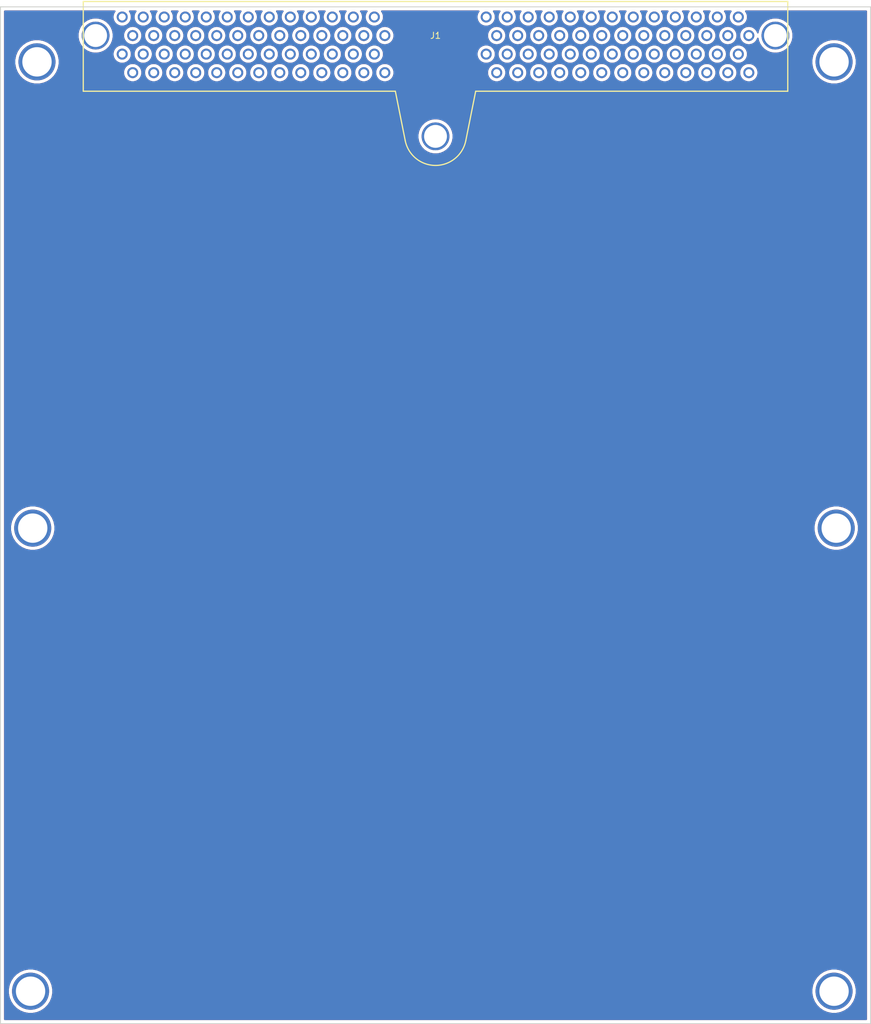
<source format=kicad_pcb>
(kicad_pcb (version 20171130) (host pcbnew 5.1.9)
  (layers (0 F.Cu signal) (31 B.Cu signal) (34 B.Paste user) (35 F.Paste user) (36 B.SilkS user) (37 F.SilkS user) (38 B.Mask user) (39 F.Mask user) (44 Edge.Cuts user))
  (net 0 "")
  (module eecv:eecv (layer F.Cu) (at 93.63 20.44)
    (fp_text reference J1 (at 0 5.5) (layer F.SilkS))
    (fp_text value EEC-V)
    (fp_line (start 57 0) (end -57 0) (layer F.SilkS) (width 0.2))
    (fp_line (start -57 0) (end -57 14.5) (layer F.SilkS) (width 0.2))
    (fp_line (start 57 14.5) (end 57 0) (layer F.SilkS) (width 0.2))
    (fp_line (start 4.902787 22.48116) (end 6.5 14.5) (layer F.SilkS) (width 0.2))
    (fp_line (start -6.5 14.5) (end -4.902788 22.48116) (layer F.SilkS) (width 0.2))
    (fp_line (start 6.5 14.5) (end 57 14.5) (layer F.SilkS) (width 0.2))
    (fp_line (start -57 14.5) (end -6.5 14.5) (layer F.SilkS) (width 0.2))
    (fp_arc (start 0 21.5) (end -4.902788 22.48116) (angle -157.4) (layer F.SilkS) (width 0.2))
    (pad "" thru_hole circle (at 0 21.8) (size 4.5 4.5) (drill 3.7) (layers *.Cu *.Mask))
    (pad 90 thru_hole circle (at 13.3 11.5) (size 1.778 1.778) (drill 1.143) (layers *.Cu *.Mask))
    (pad 89 thru_hole circle (at 16.7 11.5) (size 1.778 1.778) (drill 1.143) (layers *.Cu *.Mask))
    (pad 88 thru_hole circle (at 20.1 11.5) (size 1.778 1.778) (drill 1.143) (layers *.Cu *.Mask))
    (pad 87 thru_hole circle (at 23.5 11.5) (size 1.778 1.778) (drill 1.143) (layers *.Cu *.Mask))
    (pad 86 thru_hole circle (at 26.9 11.5) (size 1.778 1.778) (drill 1.143) (layers *.Cu *.Mask))
    (pad 85 thru_hole circle (at 30.3 11.5) (size 1.778 1.778) (drill 1.143) (layers *.Cu *.Mask))
    (pad 84 thru_hole circle (at 33.7 11.5) (size 1.778 1.778) (drill 1.143) (layers *.Cu *.Mask))
    (pad 83 thru_hole circle (at 37.1 11.5) (size 1.778 1.778) (drill 1.143) (layers *.Cu *.Mask))
    (pad 82 thru_hole circle (at 40.5 11.5) (size 1.778 1.778) (drill 1.143) (layers *.Cu *.Mask))
    (pad 81 thru_hole circle (at 43.9 11.5) (size 1.778 1.778) (drill 1.143) (layers *.Cu *.Mask))
    (pad 80 thru_hole circle (at 47.3 11.5) (size 1.778 1.778) (drill 1.143) (layers *.Cu *.Mask))
    (pad 79 thru_hole circle (at 50.7 11.5) (size 1.778 1.778) (drill 1.143) (layers *.Cu *.Mask))
    (pad 53 thru_hole circle (at 49 8.5) (size 1.778 1.778) (drill 1.143) (layers *.Cu *.Mask))
    (pad 54 thru_hole circle (at 45.6 8.5) (size 1.778 1.778) (drill 1.143) (layers *.Cu *.Mask))
    (pad 55 thru_hole circle (at 42.2 8.5) (size 1.778 1.778) (drill 1.143) (layers *.Cu *.Mask))
    (pad 56 thru_hole circle (at 38.8 8.5) (size 1.778 1.778) (drill 1.143) (layers *.Cu *.Mask))
    (pad 57 thru_hole circle (at 35.4 8.5) (size 1.778 1.778) (drill 1.143) (layers *.Cu *.Mask))
    (pad 58 thru_hole circle (at 32 8.5) (size 1.778 1.778) (drill 1.143) (layers *.Cu *.Mask))
    (pad 59 thru_hole circle (at 28.6 8.5) (size 1.778 1.778) (drill 1.143) (layers *.Cu *.Mask))
    (pad 60 thru_hole circle (at 25.2 8.5) (size 1.778 1.778) (drill 1.143) (layers *.Cu *.Mask))
    (pad 61 thru_hole circle (at 21.8 8.5) (size 1.778 1.778) (drill 1.143) (layers *.Cu *.Mask))
    (pad 62 thru_hole circle (at 18.4 8.5) (size 1.778 1.778) (drill 1.143) (layers *.Cu *.Mask))
    (pad 63 thru_hole circle (at 15 8.5) (size 1.778 1.778) (drill 1.143) (layers *.Cu *.Mask))
    (pad 64 thru_hole circle (at 11.6 8.5) (size 1.778 1.778) (drill 1.143) (layers *.Cu *.Mask))
    (pad 37 thru_hole circle (at 16.7 5.5) (size 1.778 1.778) (drill 1.143) (layers *.Cu *.Mask))
    (pad 36 thru_hole circle (at 20.1 5.5) (size 1.778 1.778) (drill 1.143) (layers *.Cu *.Mask))
    (pad 35 thru_hole circle (at 23.5 5.5) (size 1.778 1.778) (drill 1.143) (layers *.Cu *.Mask))
    (pad 34 thru_hole circle (at 26.9 5.5) (size 1.778 1.778) (drill 1.143) (layers *.Cu *.Mask))
    (pad 33 thru_hole circle (at 30.3 5.5) (size 1.778 1.778) (drill 1.143) (layers *.Cu *.Mask))
    (pad 32 thru_hole circle (at 33.7 5.5) (size 1.778 1.778) (drill 1.143) (layers *.Cu *.Mask))
    (pad 31 thru_hole circle (at 37.1 5.5) (size 1.778 1.778) (drill 1.143) (layers *.Cu *.Mask))
    (pad 30 thru_hole circle (at 40.5 5.5) (size 1.778 1.778) (drill 1.143) (layers *.Cu *.Mask))
    (pad 29 thru_hole circle (at 43.9 5.5) (size 1.778 1.778) (drill 1.143) (layers *.Cu *.Mask))
    (pad 28 thru_hole circle (at 47.3 5.5) (size 1.778 1.778) (drill 1.143) (layers *.Cu *.Mask))
    (pad 27 thru_hole circle (at 50.7 5.5) (size 1.778 1.778) (drill 1.143) (layers *.Cu *.Mask))
    (pad 1 thru_hole circle (at 49 2.5) (size 1.778 1.778) (drill 1.143) (layers *.Cu *.Mask))
    (pad 2 thru_hole circle (at 45.6 2.5) (size 1.778 1.778) (drill 1.143) (layers *.Cu *.Mask))
    (pad 3 thru_hole circle (at 42.2 2.5) (size 1.778 1.778) (drill 1.143) (layers *.Cu *.Mask))
    (pad 4 thru_hole circle (at 38.8 2.5) (size 1.778 1.778) (drill 1.143) (layers *.Cu *.Mask))
    (pad 5 thru_hole circle (at 35.4 2.5) (size 1.778 1.778) (drill 1.143) (layers *.Cu *.Mask))
    (pad 6 thru_hole circle (at 32 2.5) (size 1.778 1.778) (drill 1.143) (layers *.Cu *.Mask))
    (pad 7 thru_hole circle (at 28.6 2.5) (size 1.778 1.778) (drill 1.143) (layers *.Cu *.Mask))
    (pad 8 thru_hole circle (at 25.2 2.5) (size 1.778 1.778) (drill 1.143) (layers *.Cu *.Mask))
    (pad 9 thru_hole circle (at 21.8 2.5) (size 1.778 1.778) (drill 1.143) (layers *.Cu *.Mask))
    (pad 10 thru_hole circle (at 18.4 2.5) (size 1.778 1.778) (drill 1.143) (layers *.Cu *.Mask))
    (pad 11 thru_hole circle (at 15 2.5) (size 1.778 1.778) (drill 1.143) (layers *.Cu *.Mask))
    (pad 12 thru_hole circle (at 11.6 2.5) (size 1.778 1.778) (drill 1.143) (layers *.Cu *.Mask))
    (pad 38 thru_hole circle (at 13.3 5.5) (size 1.778 1.778) (drill 1.143) (layers *.Cu *.Mask))
    (pad 13 thru_hole circle (at 8.2 2.5) (size 1.778 1.778) (drill 1.143) (layers *.Cu *.Mask))
    (pad 65 thru_hole circle (at 8.2 8.5) (size 1.778 1.778) (drill 1.143) (layers *.Cu *.Mask))
    (pad 91 thru_hole circle (at 9.9 11.5) (size 1.778 1.778) (drill 1.143) (layers *.Cu *.Mask))
    (pad 39 thru_hole circle (at 9.9 5.5) (size 1.778 1.778) (drill 1.143) (layers *.Cu *.Mask))
    (pad 104 thru_hole circle (at -49 11.5) (size 1.778 1.778) (drill 1.143) (layers *.Cu *.Mask))
    (pad 103 thru_hole circle (at -45.6 11.5) (size 1.778 1.778) (drill 1.143) (layers *.Cu *.Mask))
    (pad 102 thru_hole circle (at -42.2 11.5) (size 1.778 1.778) (drill 1.143) (layers *.Cu *.Mask))
    (pad 101 thru_hole circle (at -38.8 11.5) (size 1.778 1.778) (drill 1.143) (layers *.Cu *.Mask))
    (pad 100 thru_hole circle (at -35.4 11.5) (size 1.778 1.778) (drill 1.143) (layers *.Cu *.Mask))
    (pad 99 thru_hole circle (at -32 11.5) (size 1.778 1.778) (drill 1.143) (layers *.Cu *.Mask))
    (pad 98 thru_hole circle (at -28.6 11.5) (size 1.778 1.778) (drill 1.143) (layers *.Cu *.Mask))
    (pad 97 thru_hole circle (at -25.2 11.5) (size 1.778 1.778) (drill 1.143) (layers *.Cu *.Mask))
    (pad 72 thru_hole circle (at -30.3 8.5) (size 1.778 1.778) (drill 1.143) (layers *.Cu *.Mask))
    (pad 73 thru_hole circle (at -33.7 8.5) (size 1.778 1.778) (drill 1.143) (layers *.Cu *.Mask))
    (pad 74 thru_hole circle (at -37.1 8.5) (size 1.778 1.778) (drill 1.143) (layers *.Cu *.Mask))
    (pad 75 thru_hole circle (at -40.5 8.5) (size 1.778 1.778) (drill 1.143) (layers *.Cu *.Mask))
    (pad 76 thru_hole circle (at -43.9 8.5) (size 1.778 1.778) (drill 1.143) (layers *.Cu *.Mask))
    (pad 77 thru_hole circle (at -47.3 8.5) (size 1.778 1.778) (drill 1.143) (layers *.Cu *.Mask))
    (pad 78 thru_hole circle (at -50.7 8.5) (size 1.778 1.778) (drill 1.143) (layers *.Cu *.Mask))
    (pad 52 thru_hole circle (at -49 5.5) (size 1.778 1.778) (drill 1.143) (layers *.Cu *.Mask))
    (pad 51 thru_hole circle (at -45.6 5.5) (size 1.778 1.778) (drill 1.143) (layers *.Cu *.Mask))
    (pad 50 thru_hole circle (at -42.2 5.5) (size 1.778 1.778) (drill 1.143) (layers *.Cu *.Mask))
    (pad 49 thru_hole circle (at -38.8 5.5) (size 1.778 1.778) (drill 1.143) (layers *.Cu *.Mask))
    (pad 48 thru_hole circle (at -35.4 5.5) (size 1.778 1.778) (drill 1.143) (layers *.Cu *.Mask))
    (pad 47 thru_hole circle (at -32 5.5) (size 1.778 1.778) (drill 1.143) (layers *.Cu *.Mask))
    (pad 46 thru_hole circle (at -28.6 5.5) (size 1.778 1.778) (drill 1.143) (layers *.Cu *.Mask))
    (pad 45 thru_hole circle (at -25.2 5.5) (size 1.778 1.778) (drill 1.143) (layers *.Cu *.Mask))
    (pad 26 thru_hole circle (at -50.7 2.5) (size 1.778 1.778) (drill 1.143) (layers *.Cu *.Mask))
    (pad 25 thru_hole circle (at -47.3 2.5) (size 1.778 1.778) (drill 1.143) (layers *.Cu *.Mask))
    (pad 24 thru_hole circle (at -43.9 2.5) (size 1.778 1.778) (drill 1.143) (layers *.Cu *.Mask))
    (pad 23 thru_hole circle (at -40.5 2.5) (size 1.778 1.778) (drill 1.143) (layers *.Cu *.Mask))
    (pad 22 thru_hole circle (at -37.1 2.5) (size 1.778 1.778) (drill 1.143) (layers *.Cu *.Mask))
    (pad 21 thru_hole circle (at -33.7 2.5) (size 1.778 1.778) (drill 1.143) (layers *.Cu *.Mask))
    (pad 20 thru_hole circle (at -30.3 2.5) (size 1.778 1.778) (drill 1.143) (layers *.Cu *.Mask))
    (pad 19 thru_hole circle (at -26.9 2.5) (size 1.778 1.778) (drill 1.143) (layers *.Cu *.Mask))
    (pad 71 thru_hole circle (at -26.9 8.5) (size 1.778 1.778) (drill 1.143) (layers *.Cu *.Mask))
    (pad 96 thru_hole circle (at -21.8 11.5) (size 1.778 1.778) (drill 1.143) (layers *.Cu *.Mask))
    (pad 44 thru_hole circle (at -21.8 5.5) (size 1.778 1.778) (drill 1.143) (layers *.Cu *.Mask))
    (pad 70 thru_hole circle (at -23.5 8.5) (size 1.778 1.778) (drill 1.143) (layers *.Cu *.Mask))
    (pad 18 thru_hole circle (at -23.5 2.5) (size 1.778 1.778) (drill 1.143) (layers *.Cu *.Mask))
    (pad 43 thru_hole circle (at -18.4 5.5) (size 1.778 1.778) (drill 1.143) (layers *.Cu *.Mask))
    (pad 95 thru_hole circle (at -18.4 11.5) (size 1.778 1.778) (drill 1.143) (layers *.Cu *.Mask))
    (pad 69 thru_hole circle (at -20.1 8.5) (size 1.778 1.778) (drill 1.143) (layers *.Cu *.Mask))
    (pad 17 thru_hole circle (at -20.1 2.5) (size 1.778 1.778) (drill 1.143) (layers *.Cu *.Mask))
    (pad 42 thru_hole circle (at -15 5.5) (size 1.778 1.778) (drill 1.143) (layers *.Cu *.Mask))
    (pad 94 thru_hole circle (at -15 11.5) (size 1.778 1.778) (drill 1.143) (layers *.Cu *.Mask))
    (pad 68 thru_hole circle (at -16.7 8.5) (size 1.778 1.778) (drill 1.143) (layers *.Cu *.Mask))
    (pad 16 thru_hole circle (at -16.7 2.5) (size 1.778 1.778) (drill 1.143) (layers *.Cu *.Mask))
    (pad 93 thru_hole circle (at -11.6 11.5) (size 1.778 1.778) (drill 1.143) (layers *.Cu *.Mask))
    (pad 41 thru_hole circle (at -11.6 5.5) (size 1.778 1.778) (drill 1.143) (layers *.Cu *.Mask))
    (pad 15 thru_hole circle (at -13.3 2.5) (size 1.778 1.778) (drill 1.143) (layers *.Cu *.Mask))
    (pad 67 thru_hole circle (at -13.3 8.5) (size 1.778 1.778) (drill 1.143) (layers *.Cu *.Mask))
    (pad 92 thru_hole circle (at -8.2 11.5) (size 1.778 1.778) (drill 1.143) (layers *.Cu *.Mask))
    (pad 66 thru_hole circle (at -9.9 8.5) (size 1.778 1.778) (drill 1.143) (layers *.Cu *.Mask))
    (pad 40 thru_hole circle (at -8.2 5.5) (size 1.778 1.778) (drill 1.143) (layers *.Cu *.Mask))
    (pad 14 thru_hole circle (at -9.9 2.5) (size 1.778 1.778) (drill 1.143) (layers *.Cu *.Mask))
    (pad "" thru_hole circle (at 55 5.5) (size 4.5 4.5) (drill 3.7) (layers *.Cu *.Mask))
    (pad "" thru_hole circle (at -55 5.5) (size 4.5 4.5) (drill 3.7) (layers *.Cu *.Mask))
  )
  (gr_line (start 164.03 185.72) (end 164.03 21.3) (layer Edge.Cuts) (width 0.15))
  (gr_line (start 23.23 185.72) (end 164.03 185.72) (layer Edge.Cuts) (width 0.15))
  (gr_line (start 23.23 21.3) (end 23.23 185.72) (layer Edge.Cuts) (width 0.15))
  (gr_line (start 23.23 21.3) (end 164.03 21.3) (layer Edge.Cuts) (width 0.15))
  (via (at 158.12 30.19) (size 6) (drill 4.75) (layers F.Cu B.Cu) (net 0))
  (via (at 29.14 30.19) (size 6) (drill 4.75) (layers F.Cu B.Cu) (net 0))
  (via (at 28.1 180.47) (size 6) (drill 4.75) (layers F.Cu B.Cu) (net 0))
  (via (at 158.12 180.47) (size 6) (drill 4.75) (layers F.Cu B.Cu) (net 0))
  (via (at 28.45 105.59) (size 6) (drill 4.75) (layers F.Cu B.Cu) (net 0))
  (via (at 158.47 105.59) (size 6) (drill 4.75) (layers F.Cu B.Cu) (net 0))
  (zone (net 0) (net_name "") (layer B.Cu) (connect_pads (clearance 0.508)) (min_thickness 0.254) (fill yes (arc_segments 32) (thermal_gap 0.508) (thermal_bridge_width 0.508))
    (polygon (pts (xy 164.03 185.7) (xy 23.23 185.7) (xy 23.23 21.3) (xy 164.03 21.3)))
  )
  (zone (net 0) (net_name "") (layer F.Cu) (connect_pads (clearance 0.508)) (min_thickness 0.254) (fill yes (arc_segments 32) (thermal_gap 0.508) (thermal_bridge_width 0.508))
    (polygon (pts (xy 164.03 185.7) (xy 23.23 185.7) (xy 23.23 21.3) (xy 164.03 21.3)))
  )
)
</source>
